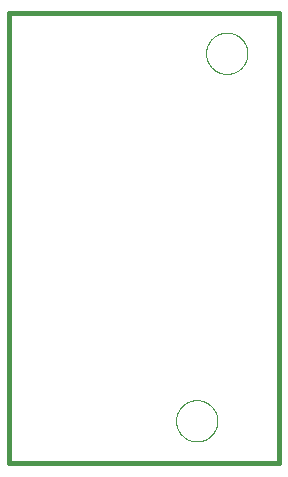
<source format=gko>
G75*
%MOIN*%
%OFA0B0*%
%FSLAX25Y25*%
%IPPOS*%
%LPD*%
%AMOC8*
5,1,8,0,0,1.08239X$1,22.5*
%
%ADD10C,0.00000*%
%ADD11C,0.01575*%
D10*
X0157702Y0052323D02*
X0157704Y0052492D01*
X0157710Y0052661D01*
X0157721Y0052830D01*
X0157735Y0052998D01*
X0157754Y0053166D01*
X0157777Y0053334D01*
X0157803Y0053501D01*
X0157834Y0053667D01*
X0157869Y0053833D01*
X0157908Y0053997D01*
X0157952Y0054161D01*
X0157999Y0054323D01*
X0158050Y0054484D01*
X0158105Y0054644D01*
X0158164Y0054803D01*
X0158226Y0054960D01*
X0158293Y0055115D01*
X0158364Y0055269D01*
X0158438Y0055421D01*
X0158516Y0055571D01*
X0158597Y0055719D01*
X0158682Y0055865D01*
X0158771Y0056009D01*
X0158863Y0056151D01*
X0158959Y0056290D01*
X0159058Y0056427D01*
X0159160Y0056562D01*
X0159266Y0056694D01*
X0159375Y0056823D01*
X0159487Y0056950D01*
X0159602Y0057074D01*
X0159720Y0057195D01*
X0159841Y0057313D01*
X0159965Y0057428D01*
X0160092Y0057540D01*
X0160221Y0057649D01*
X0160353Y0057755D01*
X0160488Y0057857D01*
X0160625Y0057956D01*
X0160764Y0058052D01*
X0160906Y0058144D01*
X0161050Y0058233D01*
X0161196Y0058318D01*
X0161344Y0058399D01*
X0161494Y0058477D01*
X0161646Y0058551D01*
X0161800Y0058622D01*
X0161955Y0058689D01*
X0162112Y0058751D01*
X0162271Y0058810D01*
X0162431Y0058865D01*
X0162592Y0058916D01*
X0162754Y0058963D01*
X0162918Y0059007D01*
X0163082Y0059046D01*
X0163248Y0059081D01*
X0163414Y0059112D01*
X0163581Y0059138D01*
X0163749Y0059161D01*
X0163917Y0059180D01*
X0164085Y0059194D01*
X0164254Y0059205D01*
X0164423Y0059211D01*
X0164592Y0059213D01*
X0164761Y0059211D01*
X0164930Y0059205D01*
X0165099Y0059194D01*
X0165267Y0059180D01*
X0165435Y0059161D01*
X0165603Y0059138D01*
X0165770Y0059112D01*
X0165936Y0059081D01*
X0166102Y0059046D01*
X0166266Y0059007D01*
X0166430Y0058963D01*
X0166592Y0058916D01*
X0166753Y0058865D01*
X0166913Y0058810D01*
X0167072Y0058751D01*
X0167229Y0058689D01*
X0167384Y0058622D01*
X0167538Y0058551D01*
X0167690Y0058477D01*
X0167840Y0058399D01*
X0167988Y0058318D01*
X0168134Y0058233D01*
X0168278Y0058144D01*
X0168420Y0058052D01*
X0168559Y0057956D01*
X0168696Y0057857D01*
X0168831Y0057755D01*
X0168963Y0057649D01*
X0169092Y0057540D01*
X0169219Y0057428D01*
X0169343Y0057313D01*
X0169464Y0057195D01*
X0169582Y0057074D01*
X0169697Y0056950D01*
X0169809Y0056823D01*
X0169918Y0056694D01*
X0170024Y0056562D01*
X0170126Y0056427D01*
X0170225Y0056290D01*
X0170321Y0056151D01*
X0170413Y0056009D01*
X0170502Y0055865D01*
X0170587Y0055719D01*
X0170668Y0055571D01*
X0170746Y0055421D01*
X0170820Y0055269D01*
X0170891Y0055115D01*
X0170958Y0054960D01*
X0171020Y0054803D01*
X0171079Y0054644D01*
X0171134Y0054484D01*
X0171185Y0054323D01*
X0171232Y0054161D01*
X0171276Y0053997D01*
X0171315Y0053833D01*
X0171350Y0053667D01*
X0171381Y0053501D01*
X0171407Y0053334D01*
X0171430Y0053166D01*
X0171449Y0052998D01*
X0171463Y0052830D01*
X0171474Y0052661D01*
X0171480Y0052492D01*
X0171482Y0052323D01*
X0171480Y0052154D01*
X0171474Y0051985D01*
X0171463Y0051816D01*
X0171449Y0051648D01*
X0171430Y0051480D01*
X0171407Y0051312D01*
X0171381Y0051145D01*
X0171350Y0050979D01*
X0171315Y0050813D01*
X0171276Y0050649D01*
X0171232Y0050485D01*
X0171185Y0050323D01*
X0171134Y0050162D01*
X0171079Y0050002D01*
X0171020Y0049843D01*
X0170958Y0049686D01*
X0170891Y0049531D01*
X0170820Y0049377D01*
X0170746Y0049225D01*
X0170668Y0049075D01*
X0170587Y0048927D01*
X0170502Y0048781D01*
X0170413Y0048637D01*
X0170321Y0048495D01*
X0170225Y0048356D01*
X0170126Y0048219D01*
X0170024Y0048084D01*
X0169918Y0047952D01*
X0169809Y0047823D01*
X0169697Y0047696D01*
X0169582Y0047572D01*
X0169464Y0047451D01*
X0169343Y0047333D01*
X0169219Y0047218D01*
X0169092Y0047106D01*
X0168963Y0046997D01*
X0168831Y0046891D01*
X0168696Y0046789D01*
X0168559Y0046690D01*
X0168420Y0046594D01*
X0168278Y0046502D01*
X0168134Y0046413D01*
X0167988Y0046328D01*
X0167840Y0046247D01*
X0167690Y0046169D01*
X0167538Y0046095D01*
X0167384Y0046024D01*
X0167229Y0045957D01*
X0167072Y0045895D01*
X0166913Y0045836D01*
X0166753Y0045781D01*
X0166592Y0045730D01*
X0166430Y0045683D01*
X0166266Y0045639D01*
X0166102Y0045600D01*
X0165936Y0045565D01*
X0165770Y0045534D01*
X0165603Y0045508D01*
X0165435Y0045485D01*
X0165267Y0045466D01*
X0165099Y0045452D01*
X0164930Y0045441D01*
X0164761Y0045435D01*
X0164592Y0045433D01*
X0164423Y0045435D01*
X0164254Y0045441D01*
X0164085Y0045452D01*
X0163917Y0045466D01*
X0163749Y0045485D01*
X0163581Y0045508D01*
X0163414Y0045534D01*
X0163248Y0045565D01*
X0163082Y0045600D01*
X0162918Y0045639D01*
X0162754Y0045683D01*
X0162592Y0045730D01*
X0162431Y0045781D01*
X0162271Y0045836D01*
X0162112Y0045895D01*
X0161955Y0045957D01*
X0161800Y0046024D01*
X0161646Y0046095D01*
X0161494Y0046169D01*
X0161344Y0046247D01*
X0161196Y0046328D01*
X0161050Y0046413D01*
X0160906Y0046502D01*
X0160764Y0046594D01*
X0160625Y0046690D01*
X0160488Y0046789D01*
X0160353Y0046891D01*
X0160221Y0046997D01*
X0160092Y0047106D01*
X0159965Y0047218D01*
X0159841Y0047333D01*
X0159720Y0047451D01*
X0159602Y0047572D01*
X0159487Y0047696D01*
X0159375Y0047823D01*
X0159266Y0047952D01*
X0159160Y0048084D01*
X0159058Y0048219D01*
X0158959Y0048356D01*
X0158863Y0048495D01*
X0158771Y0048637D01*
X0158682Y0048781D01*
X0158597Y0048927D01*
X0158516Y0049075D01*
X0158438Y0049225D01*
X0158364Y0049377D01*
X0158293Y0049531D01*
X0158226Y0049686D01*
X0158164Y0049843D01*
X0158105Y0050002D01*
X0158050Y0050162D01*
X0157999Y0050323D01*
X0157952Y0050485D01*
X0157908Y0050649D01*
X0157869Y0050813D01*
X0157834Y0050979D01*
X0157803Y0051145D01*
X0157777Y0051312D01*
X0157754Y0051480D01*
X0157735Y0051648D01*
X0157721Y0051816D01*
X0157710Y0051985D01*
X0157704Y0052154D01*
X0157702Y0052323D01*
X0167702Y0174823D02*
X0167704Y0174992D01*
X0167710Y0175161D01*
X0167721Y0175330D01*
X0167735Y0175498D01*
X0167754Y0175666D01*
X0167777Y0175834D01*
X0167803Y0176001D01*
X0167834Y0176167D01*
X0167869Y0176333D01*
X0167908Y0176497D01*
X0167952Y0176661D01*
X0167999Y0176823D01*
X0168050Y0176984D01*
X0168105Y0177144D01*
X0168164Y0177303D01*
X0168226Y0177460D01*
X0168293Y0177615D01*
X0168364Y0177769D01*
X0168438Y0177921D01*
X0168516Y0178071D01*
X0168597Y0178219D01*
X0168682Y0178365D01*
X0168771Y0178509D01*
X0168863Y0178651D01*
X0168959Y0178790D01*
X0169058Y0178927D01*
X0169160Y0179062D01*
X0169266Y0179194D01*
X0169375Y0179323D01*
X0169487Y0179450D01*
X0169602Y0179574D01*
X0169720Y0179695D01*
X0169841Y0179813D01*
X0169965Y0179928D01*
X0170092Y0180040D01*
X0170221Y0180149D01*
X0170353Y0180255D01*
X0170488Y0180357D01*
X0170625Y0180456D01*
X0170764Y0180552D01*
X0170906Y0180644D01*
X0171050Y0180733D01*
X0171196Y0180818D01*
X0171344Y0180899D01*
X0171494Y0180977D01*
X0171646Y0181051D01*
X0171800Y0181122D01*
X0171955Y0181189D01*
X0172112Y0181251D01*
X0172271Y0181310D01*
X0172431Y0181365D01*
X0172592Y0181416D01*
X0172754Y0181463D01*
X0172918Y0181507D01*
X0173082Y0181546D01*
X0173248Y0181581D01*
X0173414Y0181612D01*
X0173581Y0181638D01*
X0173749Y0181661D01*
X0173917Y0181680D01*
X0174085Y0181694D01*
X0174254Y0181705D01*
X0174423Y0181711D01*
X0174592Y0181713D01*
X0174761Y0181711D01*
X0174930Y0181705D01*
X0175099Y0181694D01*
X0175267Y0181680D01*
X0175435Y0181661D01*
X0175603Y0181638D01*
X0175770Y0181612D01*
X0175936Y0181581D01*
X0176102Y0181546D01*
X0176266Y0181507D01*
X0176430Y0181463D01*
X0176592Y0181416D01*
X0176753Y0181365D01*
X0176913Y0181310D01*
X0177072Y0181251D01*
X0177229Y0181189D01*
X0177384Y0181122D01*
X0177538Y0181051D01*
X0177690Y0180977D01*
X0177840Y0180899D01*
X0177988Y0180818D01*
X0178134Y0180733D01*
X0178278Y0180644D01*
X0178420Y0180552D01*
X0178559Y0180456D01*
X0178696Y0180357D01*
X0178831Y0180255D01*
X0178963Y0180149D01*
X0179092Y0180040D01*
X0179219Y0179928D01*
X0179343Y0179813D01*
X0179464Y0179695D01*
X0179582Y0179574D01*
X0179697Y0179450D01*
X0179809Y0179323D01*
X0179918Y0179194D01*
X0180024Y0179062D01*
X0180126Y0178927D01*
X0180225Y0178790D01*
X0180321Y0178651D01*
X0180413Y0178509D01*
X0180502Y0178365D01*
X0180587Y0178219D01*
X0180668Y0178071D01*
X0180746Y0177921D01*
X0180820Y0177769D01*
X0180891Y0177615D01*
X0180958Y0177460D01*
X0181020Y0177303D01*
X0181079Y0177144D01*
X0181134Y0176984D01*
X0181185Y0176823D01*
X0181232Y0176661D01*
X0181276Y0176497D01*
X0181315Y0176333D01*
X0181350Y0176167D01*
X0181381Y0176001D01*
X0181407Y0175834D01*
X0181430Y0175666D01*
X0181449Y0175498D01*
X0181463Y0175330D01*
X0181474Y0175161D01*
X0181480Y0174992D01*
X0181482Y0174823D01*
X0181480Y0174654D01*
X0181474Y0174485D01*
X0181463Y0174316D01*
X0181449Y0174148D01*
X0181430Y0173980D01*
X0181407Y0173812D01*
X0181381Y0173645D01*
X0181350Y0173479D01*
X0181315Y0173313D01*
X0181276Y0173149D01*
X0181232Y0172985D01*
X0181185Y0172823D01*
X0181134Y0172662D01*
X0181079Y0172502D01*
X0181020Y0172343D01*
X0180958Y0172186D01*
X0180891Y0172031D01*
X0180820Y0171877D01*
X0180746Y0171725D01*
X0180668Y0171575D01*
X0180587Y0171427D01*
X0180502Y0171281D01*
X0180413Y0171137D01*
X0180321Y0170995D01*
X0180225Y0170856D01*
X0180126Y0170719D01*
X0180024Y0170584D01*
X0179918Y0170452D01*
X0179809Y0170323D01*
X0179697Y0170196D01*
X0179582Y0170072D01*
X0179464Y0169951D01*
X0179343Y0169833D01*
X0179219Y0169718D01*
X0179092Y0169606D01*
X0178963Y0169497D01*
X0178831Y0169391D01*
X0178696Y0169289D01*
X0178559Y0169190D01*
X0178420Y0169094D01*
X0178278Y0169002D01*
X0178134Y0168913D01*
X0177988Y0168828D01*
X0177840Y0168747D01*
X0177690Y0168669D01*
X0177538Y0168595D01*
X0177384Y0168524D01*
X0177229Y0168457D01*
X0177072Y0168395D01*
X0176913Y0168336D01*
X0176753Y0168281D01*
X0176592Y0168230D01*
X0176430Y0168183D01*
X0176266Y0168139D01*
X0176102Y0168100D01*
X0175936Y0168065D01*
X0175770Y0168034D01*
X0175603Y0168008D01*
X0175435Y0167985D01*
X0175267Y0167966D01*
X0175099Y0167952D01*
X0174930Y0167941D01*
X0174761Y0167935D01*
X0174592Y0167933D01*
X0174423Y0167935D01*
X0174254Y0167941D01*
X0174085Y0167952D01*
X0173917Y0167966D01*
X0173749Y0167985D01*
X0173581Y0168008D01*
X0173414Y0168034D01*
X0173248Y0168065D01*
X0173082Y0168100D01*
X0172918Y0168139D01*
X0172754Y0168183D01*
X0172592Y0168230D01*
X0172431Y0168281D01*
X0172271Y0168336D01*
X0172112Y0168395D01*
X0171955Y0168457D01*
X0171800Y0168524D01*
X0171646Y0168595D01*
X0171494Y0168669D01*
X0171344Y0168747D01*
X0171196Y0168828D01*
X0171050Y0168913D01*
X0170906Y0169002D01*
X0170764Y0169094D01*
X0170625Y0169190D01*
X0170488Y0169289D01*
X0170353Y0169391D01*
X0170221Y0169497D01*
X0170092Y0169606D01*
X0169965Y0169718D01*
X0169841Y0169833D01*
X0169720Y0169951D01*
X0169602Y0170072D01*
X0169487Y0170196D01*
X0169375Y0170323D01*
X0169266Y0170452D01*
X0169160Y0170584D01*
X0169058Y0170719D01*
X0168959Y0170856D01*
X0168863Y0170995D01*
X0168771Y0171137D01*
X0168682Y0171281D01*
X0168597Y0171427D01*
X0168516Y0171575D01*
X0168438Y0171725D01*
X0168364Y0171877D01*
X0168293Y0172031D01*
X0168226Y0172186D01*
X0168164Y0172343D01*
X0168105Y0172502D01*
X0168050Y0172662D01*
X0167999Y0172823D01*
X0167952Y0172985D01*
X0167908Y0173149D01*
X0167869Y0173313D01*
X0167834Y0173479D01*
X0167803Y0173645D01*
X0167777Y0173812D01*
X0167754Y0173980D01*
X0167735Y0174148D01*
X0167721Y0174316D01*
X0167710Y0174485D01*
X0167704Y0174654D01*
X0167702Y0174823D01*
D11*
X0102087Y0188179D02*
X0102087Y0038179D01*
X0192087Y0038179D01*
X0192087Y0188179D01*
X0102087Y0188179D01*
M02*

</source>
